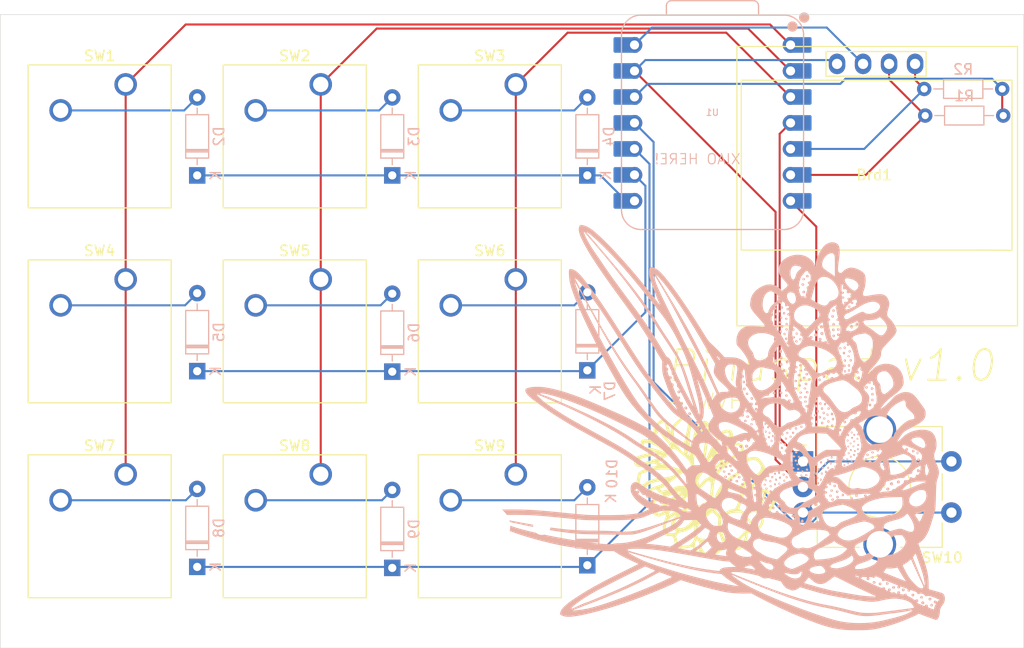
<source format=kicad_pcb>
(kicad_pcb (version 20241229) (generator "pcbnew") (generator_version "9.0")
  (layers (0 "F.Cu" signal) (2 "B.Cu" signal) (13 "F.Paste" user) (15 "B.Paste" user) (5 "F.SilkS" user "F.Silkscreen") (7 "B.SilkS" user "B.Silkscreen") (1 "F.Mask" user) (3 "B.Mask" user) (25 "Edge.Cuts" user))
  (net 0 "")
  (net 1 "Net-(Brd1-SDA)")
  (net 2 "Net-(Brd1-SCL)")
  (net 3 "GND")
  (net 4 "+5V")
  (net 5 "Row 0")
  (net 6 "Net-(D2-A)")
  (net 7 "Net-(D3-A)")
  (net 8 "Net-(D4-A)")
  (net 9 "Net-(D5-A)")
  (net 10 "Row 1")
  (net 11 "Net-(D6-A)")
  (net 12 "Net-(D7-A)")
  (net 13 "Net-(D8-A)")
  (net 14 "Row 2")
  (net 15 "Net-(D9-A)")
  (net 16 "Net-(D10-A)")
  (net 17 "+3.3V")
  (net 18 "Column 0")
  (net 19 "Column 1")
  (net 20 "Column 2")
  (net 21 "Rotary switch")
  (net 22 "Rotary rot A")
  (net 23 "Rotary rot B")
  (footprint "LOGO" (layer "F.Cu") (at 227.9 105.4 45)
    (property "Reference" "G***" (hide yes))
    (property "Value" "LOGO" (hide yes))
  )
  (footprint "Button_Switch_Keyboard:SW_Cherry_MX_1.00u_PCB" (layer "F.Cu") (at 190.65875 85.4075)
    (property "Reference" "SW5" (at -2.54 -2.794 0) (layer "F.SilkS"))
    (property "Value" "SW_Push_45deg")
    (pad "" np_thru_hole circle (at -7.62 5.08) (size 1.7 1.7) (drill 1.7) (layers "*.Cu" "*.Mask"))
    (pad "" np_thru_hole circle (at -2.54 5.08) (size 4 4) (drill 4) (layers "*.Cu" "*.Mask"))
    (pad "" np_thru_hole circle (at 2.54 5.08) (size 1.7 1.7) (drill 1.7) (layers "*.Cu" "*.Mask"))
    (pad "1" thru_hole circle (at 0 0) (size 2.2 2.2) (drill 1.5) (layers "*.Cu" "*.Mask") (net 19 "Column 1"))
    (pad "2" thru_hole circle (at -6.35 2.54) (size 2.2 2.2) (drill 1.5) (layers "*.Cu" "*.Mask") (net 11 "Net-(D6-A)"))
  )
  (footprint "Rotary_Encoder:RotaryEncoder_Alps_EC11E-Switch_Vertical_H20mm_CircularMountingHoles" (layer "F.Cu") (at 237.75 103.2)
    (property "Reference" "SW10" (at 13.6 9.4 0) (layer "F.SilkS"))
    (property "Value" "RotaryEncoder_Switch")
    (pad "A" thru_hole rect (at 0 0) (size 2 2) (drill 1) (layers "*.Cu" "*.Mask") (net 22 "Rotary rot A"))
    (pad "B" thru_hole circle (at 0 5) (size 2 2) (drill 1) (layers "*.Cu" "*.Mask") (net 23 "Rotary rot B"))
    (pad "C" thru_hole circle (at 0 2.5) (size 2 2) (drill 1) (layers "*.Cu" "*.Mask") (net 3 "GND"))
    (pad "MP" thru_hole circle (at 7.5 -3.1) (size 3.2 3.2) (drill 2.6) (layers "*.Cu" "*.Mask"))
    (pad "MP" thru_hole circle (at 7.5 8.1) (size 3.2 3.2) (drill 2.6) (layers "*.Cu" "*.Mask"))
    (pad "S1" thru_hole circle (at 14.5 5) (size 2 2) (drill 1) (layers "*.Cu" "*.Mask") (net 21 "Rotary switch"))
    (pad "S2" thru_hole circle (at 14.5 0) (size 2 2) (drill 1) (layers "*.Cu" "*.Mask") (net 3 "GND"))
  )
  (footprint "Button_Switch_Keyboard:SW_Cherry_MX_1.00u_PCB" (layer "F.Cu") (at 209.70875 85.4075)
    (property "Reference" "SW6" (at -2.54 -2.794 0) (layer "F.SilkS"))
    (property "Value" "SW_Push_45deg")
    (pad "" np_thru_hole circle (at -7.62 5.08) (size 1.7 1.7) (drill 1.7) (layers "*.Cu" "*.Mask"))
    (pad "" np_thru_hole circle (at -2.54 5.08) (size 4 4) (drill 4) (layers "*.Cu" "*.Mask"))
    (pad "" np_thru_hole circle (at 2.54 5.08) (size 1.7 1.7) (drill 1.7) (layers "*.Cu" "*.Mask"))
    (pad "1" thru_hole circle (at 0 0) (size 2.2 2.2) (drill 1.5) (layers "*.Cu" "*.Mask") (net 20 "Column 2"))
    (pad "2" thru_hole circle (at -6.35 2.54) (size 2.2 2.2) (drill 1.5) (layers "*.Cu" "*.Mask") (net 12 "Net-(D7-A)"))
  )
  (footprint "Button_Switch_Keyboard:SW_Cherry_MX_1.00u_PCB" (layer "F.Cu") (at 190.65875 104.4575)
    (property "Reference" "SW8" (at -2.54 -2.794 0) (layer "F.SilkS"))
    (property "Value" "SW_Push_45deg")
    (pad "" np_thru_hole circle (at -7.62 5.08) (size 1.7 1.7) (drill 1.7) (layers "*.Cu" "*.Mask"))
    (pad "" np_thru_hole circle (at -2.54 5.08) (size 4 4) (drill 4) (layers "*.Cu" "*.Mask"))
    (pad "" np_thru_hole circle (at 2.54 5.08) (size 1.7 1.7) (drill 1.7) (layers "*.Cu" "*.Mask"))
    (pad "1" thru_hole circle (at 0 0) (size 2.2 2.2) (drill 1.5) (layers "*.Cu" "*.Mask") (net 19 "Column 1"))
    (pad "2" thru_hole circle (at -6.35 2.54) (size 2.2 2.2) (drill 1.5) (layers "*.Cu" "*.Mask") (net 15 "Net-(D9-A)"))
  )
  (footprint "OLED:128x64OLED" (layer "F.Cu") (at 244.7 74.95)
    (property "Reference" "Brd1" (at 0 0.254 0) (layer "F.SilkS"))
    (property "Value" "SSD1306")
    (pad "1" thru_hole oval (at -3.62 -10.6 90) (size 2 1.6) (drill 1) (layers "*.Cu" "*.Mask") (net 3 "GND"))
    (pad "2" thru_hole oval (at -1.08 -10.6 90) (size 2 1.6) (drill 1) (layers "*.Cu" "*.Mask") (net 4 "+5V"))
    (pad "3" thru_hole oval (at 1.46 -10.6 90) (size 2 1.6) (drill 1) (layers "*.Cu" "*.Mask") (net 2 "Net-(Brd1-SCL)"))
    (pad "4" thru_hole oval (at 4 -10.6 90) (size 2 1.6) (drill 1) (layers "*.Cu" "*.Mask") (net 1 "Net-(Brd1-SDA)"))
  )
  (footprint "Button_Switch_Keyboard:SW_Cherry_MX_1.00u_PCB" (layer "F.Cu") (at 209.70875 66.3575)
    (property "Reference" "SW3" (at -2.54 -2.794 0) (layer "F.SilkS"))
    (property "Value" "SW_Push_45deg")
    (pad "" np_thru_hole circle (at -7.62 5.08) (size 1.7 1.7) (drill 1.7) (layers "*.Cu" "*.Mask"))
    (pad "" np_thru_hole circle (at -2.54 5.08) (size 4 4) (drill 4) (layers "*.Cu" "*.Mask"))
    (pad "" np_thru_hole circle (at 2.54 5.08) (size 1.7 1.7) (drill 1.7) (layers "*.Cu" "*.Mask"))
    (pad "1" thru_hole circle (at 0 0) (size 2.2 2.2) (drill 1.5) (layers "*.Cu" "*.Mask") (net 20 "Column 2"))
    (pad "2" thru_hole circle (at -6.35 2.54) (size 2.2 2.2) (drill 1.5) (layers "*.Cu" "*.Mask") (net 8 "Net-(D4-A)"))
  )
  (footprint "Button_Switch_Keyboard:SW_Cherry_MX_1.00u_PCB" (layer "F.Cu") (at 171.60875 104.4575)
    (property "Reference" "SW7" (at -2.54 -2.794 0) (layer "F.SilkS"))
    (property "Value" "SW_Push_45deg")
    (pad "" np_thru_hole circle (at -7.62 5.08) (size 1.7 1.7) (drill 1.7) (layers "*.Cu" "*.Mask"))
    (pad "" np_thru_hole circle (at -2.54 5.08) (size 4 4) (drill 4) (layers "*.Cu" "*.Mask"))
    (pad "" np_thru_hole circle (at 2.54 5.08) (size 1.7 1.7) (drill 1.7) (layers "*.Cu" "*.Mask"))
    (pad "1" thru_hole circle (at 0 0) (size 2.2 2.2) (drill 1.5) (layers "*.Cu" "*.Mask") (net 18 "Column 0"))
    (pad "2" thru_hole circle (at -6.35 2.54) (size 2.2 2.2) (drill 1.5) (layers "*.Cu" "*.Mask") (net 13 "Net-(D8-A)"))
  )
  (footprint "Button_Switch_Keyboard:SW_Cherry_MX_1.00u_PCB" (layer "F.Cu") (at 209.70875 104.4575)
    (property "Reference" "SW9" (at -2.54 -2.794 0) (layer "F.SilkS"))
    (property "Value" "SW_Push_45deg")
    (pad "" np_thru_hole circle (at -7.62 5.08) (size 1.7 1.7) (drill 1.7) (layers "*.Cu" "*.Mask"))
    (pad "" np_thru_hole circle (at -2.54 5.08) (size 4 4) (drill 4) (layers "*.Cu" "*.Mask"))
    (pad "" np_thru_hole circle (at 2.54 5.08) (size 1.7 1.7) (drill 1.7) (layers "*.Cu" "*.Mask"))
    (pad "1" thru_hole circle (at 0 0) (size 2.2 2.2) (drill 1.5) (layers "*.Cu" "*.Mask") (net 20 "Column 2"))
    (pad "2" thru_hole circle (at -6.35 2.54) (size 2.2 2.2) (drill 1.5) (layers "*.Cu" "*.Mask") (net 16 "Net-(D10-A)"))
  )
  (footprint "Button_Switch_Keyboard:SW_Cherry_MX_1.00u_PCB" (layer "F.Cu") (at 171.60875 85.4075)
    (property "Reference" "SW4" (at -2.54 -2.794 0) (layer "F.SilkS"))
    (property "Value" "SW_Push_45deg")
    (pad "" np_thru_hole circle (at -7.62 5.08) (size 1.7 1.7) (drill 1.7) (layers "*.Cu" "*.Mask"))
    (pad "" np_thru_hole circle (at -2.54 5.08) (size 4 4) (drill 4) (layers "*.Cu" "*.Mask"))
    (pad "" np_thru_hole circle (at 2.54 5.08) (size 1.7 1.7) (drill 1.7) (layers "*.Cu" "*.Mask"))
    (pad "1" thru_hole circle (at 0 0) (size 2.2 2.2) (drill 1.5) (layers "*.Cu" "*.Mask") (net 18 "Column 0"))
    (pad "2" thru_hole circle (at -6.35 2.54) (size 2.2 2.2) (drill 1.5) (layers "*.Cu" "*.Mask") (net 9 "Net-(D5-A)"))
  )
  (footprint "Button_Switch_Keyboard:SW_Cherry_MX_1.00u_PCB" (layer "F.Cu") (at 190.65875 66.3575)
    (property "Reference" "SW2" (at -2.54 -2.794 0) (layer "F.SilkS"))
    (property "Value" "SW_Push_45deg")
    (pad "" np_thru_hole circle (at -7.62 5.08) (size 1.7 1.7) (drill 1.7) (layers "*.Cu" "*.Mask"))
    (pad "" np_thru_hole circle (at -2.54 5.08) (size 4 4) (drill 4) (layers "*.Cu" "*.Mask"))
    (pad "" np_thru_hole circle (at 2.54 5.08) (size 1.7 1.7) (drill 1.7) (layers "*.Cu" "*.Mask"))
    (pad "1" thru_hole circle (at 0 0) (size 2.2 2.2) (drill 1.5) (layers "*.Cu" "*.Mask") (net 19 "Column 1"))
    (pad "2" thru_hole circle (at -6.35 2.54) (size 2.2 2.2) (drill 1.5) (layers "*.Cu" "*.Mask") (net 7 "Net-(D3-A)"))
  )
  (footprint "Button_Switch_Keyboard:SW_Cherry_MX_1.00u_PCB" (layer "F.Cu") (at 171.60875 66.3575)
    (property "Reference" "SW1" (at -2.54 -2.794 0) (layer "F.SilkS"))
    (property "Value" "SW_Push_45deg")
    (pad "" np_thru_hole circle (at -7.62 5.08) (size 1.7 1.7) (drill 1.7) (layers "*.Cu" "*.Mask"))
    (pad "" np_thru_hole circle (at -2.54 5.08) (size 4 4) (drill 4) (layers "*.Cu" "*.Mask"))
    (pad "" np_thru_hole circle (at 2.54 5.08) (size 1.7 1.7) (drill 1.7) (layers "*.Cu" "*.Mask"))
    (pad "1" thru_hole circle (at 0 0) (size 2.2 2.2) (drill 1.5) (layers "*.Cu" "*.Mask") (net 18 "Column 0"))
    (pad "2" thru_hole circle (at -6.35 2.54) (size 2.2 2.2) (drill 1.5) (layers "*.Cu" "*.Mask") (net 6 "Net-(D2-A)"))
  )
  (footprint "Diode_THT:D_DO-35_SOD27_P7.62mm_Horizontal" (layer "B.Cu") (at 178.59375 94.37875 90)
    (property "Reference" "D5" (at 3.81 2.12 90) (layer "B.SilkS") (effects (justify mirror)))
    (property "Value" "1N4148")
    (fp_text user "K" (at 0 1.8 90) (layer "B.SilkS") (effects (justify mirror)))
    (pad "1" thru_hole rect (at 0 0 90) (size 1.6 1.6) (drill 0.8) (layers "*.Cu" "*.Mask") (net 10 "Row 1"))
    (pad "2" thru_hole oval (at 7.62 0 90) (size 1.6 1.6) (drill 0.8) (layers "*.Cu" "*.Mask") (net 9 "Net-(D5-A)"))
  )
  (footprint "Diode_THT:D_DO-35_SOD27_P7.62mm_Horizontal" (layer "B.Cu") (at 178.59375 75.2475 90)
    (property "Reference" "D2" (at 3.81 2.12 90) (layer "B.SilkS") (effects (justify mirror)))
    (property "Value" "1N4148")
    (fp_text user "K" (at 0 1.8 90) (layer "B.SilkS") (effects (justify mirror)))
    (pad "1" thru_hole rect (at 0 0 90) (size 1.6 1.6) (drill 0.8) (layers "*.Cu" "*.Mask") (net 5 "Row 0"))
    (pad "2" thru_hole oval (at 7.62 0 90) (size 1.6 1.6) (drill 0.8) (layers "*.Cu" "*.Mask") (net 6 "Net-(D2-A)"))
  )
  (footprint "Diode_THT:D_DO-35_SOD27_P7.62mm_Horizontal" (layer "B.Cu") (at 197.64375 113.61 90)
    (property "Reference" "D9" (at 3.81 2.12 90) (layer "B.SilkS") (effects (justify mirror)))
    (property "Value" "1N4148")
    (fp_text user "K" (at 0 1.8 90) (layer "B.SilkS") (effects (justify mirror)))
    (pad "1" thru_hole rect (at 0 0 90) (size 1.6 1.6) (drill 0.8) (layers "*.Cu" "*.Mask") (net 14 "Row 2"))
    (pad "2" thru_hole oval (at 7.62 0 90) (size 1.6 1.6) (drill 0.8) (layers "*.Cu" "*.Mask") (net 15 "Net-(D9-A)"))
  )
  (footprint "Diode_THT:D_DO-35_SOD27_P7.62mm_Horizontal" (layer "B.Cu") (at 197.64375 94.42875 90)
    (property "Reference" "D6" (at 3.81 2.12 90) (layer "B.SilkS") (effects (justify mirror)))
    (property "Value" "1N4148")
    (fp_text user "K" (at 0 1.8 90) (layer "B.SilkS") (effects (justify mirror)))
    (pad "1" thru_hole rect (at 0 0 90) (size 1.6 1.6) (drill 0.8) (layers "*.Cu" "*.Mask") (net 10 "Row 1"))
    (pad "2" thru_hole oval (at 7.62 0 90) (size 1.6 1.6) (drill 0.8) (layers "*.Cu" "*.Mask") (net 11 "Net-(D6-A)"))
  )
  (footprint "Diode_THT:D_DO-35_SOD27_P7.62mm_Horizontal" (layer "B.Cu") (at 216.69375 113.3475 90)
    (property "Reference" "D10" (at 8.9475 2.40625 90) (layer "B.SilkS") (effects (justify mirror)))
    (property "Value" "1N4148")
    (fp_text user "K" (at 6.5475 2.30625 90) (layer "B.SilkS") (effects (justify mirror)))
    (pad "1" thru_hole rect (at 0 0 90) (size 1.6 1.6) (drill 0.8) (layers "*.Cu" "*.Mask") (net 14 "Row 2"))
    (pad "2" thru_hole oval (at 7.62 0 90) (size 1.6 1.6) (drill 0.8) (layers "*.Cu" "*.Mask") (net 16 "Net-(D10-A)"))
  )
  (footprint "Resistor_THT:R_Axial_DIN0204_L3.6mm_D1.6mm_P7.62mm_Horizontal" (layer "B.Cu") (at 257.31 69.4 180)
    (property "Reference" "R1" (at 3.81 1.92 0) (layer "B.SilkS") (effects (justify mirror)))
    (property "Value" "4.7K")
    (pad "1" thru_hole circle (at 0 0 180) (size 1.4 1.4) (drill 0.7) (layers "*.Cu" "*.Mask") (net 17 "+3.3V"))
    (pad "2" thru_hole oval (at 7.62 0 180) (size 1.4 1.4) (drill 0.7) (layers "*.Cu" "*.Mask") (net 2 "Net-(Brd1-SCL)"))
  )
  (footprint "Diode_THT:D_DO-35_SOD27_P7.62mm_Horizontal" (layer "B.Cu") (at 197.64375 75.2475 90)
    (property "Reference" "D3" (at 3.81 2.12 90) (layer "B.SilkS") (effects (justify mirror)))
    (property "Value" "1N4148")
    (fp_text user "K" (at 0 1.8 90) (layer "B.SilkS") (effects (justify mirror)))
    (pad "1" thru_hole rect (at 0 0 90) (size 1.6 1.6) (drill 0.8) (layers "*.Cu" "*.Mask") (net 5 "Row 0"))
    (pad "2" thru_hole oval (at 7.62 0 90) (size 1.6 1.6) (drill 0.8) (layers "*.Cu" "*.Mask") (net 7 "Net-(D3-A)"))
  )
  (footprint "Diode_THT:D_DO-35_SOD27_P7.62mm_Horizontal" (layer "B.Cu") (at 216.69375 94.2975 90)
    (property "Reference" "D7" (at -2.0025 2.20625 90) (layer "B.SilkS") (effects (justify mirror)))
    (property "Value" "1N4148")
    (fp_text user "K" (at -1.9025 0.80625 90) (layer "B.SilkS") (effects (justify mirror)))
    (pad "1" thru_hole rect (at 0 0 90) (size 1.6 1.6) (drill 0.8) (layers "*.Cu" "*.Mask") (net 10 "Row 1"))
    (pad "2" thru_hole oval (at 7.62 0 90) (size 1.6 1.6) (drill 0.8) (layers "*.Cu" "*.Mask") (net 12 "Net-(D7-A)"))
  )
  (footprint "Diode_THT:D_DO-35_SOD27_P7.62mm_Horizontal" (layer "B.Cu") (at 178.59375 113.51 90)
    (property "Reference" "D8" (at 3.81 2.12 90) (layer "B.SilkS") (effects (justify mirror)))
    (property "Value" "1N4148")
    (fp_text user "K" (at 0 1.8 90) (layer "B.SilkS") (effects (justify mirror)))
    (pad "1" thru_hole rect (at 0 0 90) (size 1.6 1.6) (drill 0.8) (layers "*.Cu" "*.Mask") (net 14 "Row 2"))
    (pad "2" thru_hole oval (at 7.62 0 90) (size 1.6 1.6) (drill 0.8) (layers "*.Cu" "*.Mask") (net 13 "Net-(D8-A)"))
  )
  (footprint "Resistor_THT:R_Axial_DIN0204_L3.6mm_D1.6mm_P7.62mm_Horizontal" (layer "B.Cu") (at 257.21 66.8 180)
    (property "Reference" "R2" (at 3.81 1.92 0) (layer "B.SilkS") (effects (justify mirror)))
    (property "Value" "4.7K")
    (pad "1" thru_hole circle (at 0 0 180) (size 1.4 1.4) (drill 0.7) (layers "*.Cu" "*.Mask") (net 17 "+3.3V"))
    (pad "2" thru_hole oval (at 7.62 0 180) (size 1.4 1.4) (drill 0.7) (layers "*.Cu" "*.Mask") (net 1 "Net-(Brd1-SDA)"))
  )
  (footprint "Diode_THT:D_DO-35_SOD27_P7.62mm_Horizontal" (layer "B.Cu") (at 216.69375 75.2475 90)
    (property "Reference" "D4" (at 3.81 2.12 90) (layer "B.SilkS") (effects (justify mirror)))
    (property "Value" "1N4148")
    (fp_text user "K" (at 0 1.8 90) (layer "B.SilkS") (effects (justify mirror)))
    (pad "1" thru_hole rect (at 0 0 90) (size 1.6 1.6) (drill 0.8) (layers "*.Cu" "*.Mask") (net 5 "Row 0"))
    (pad "2" thru_hole oval (at 7.62 0 90) (size 1.6 1.6) (drill 0.8) (layers "*.Cu" "*.Mask") (net 8 "Net-(D4-A)"))
  )
  (footprint "LOGO" (layer "B.Cu") (at 229.1 99.9 180)
    (property "Reference" "G***" (hide yes))
    (property "Value" "LOGO" (hide yes))
  )
  (footprint "OPL:XIAO-RP2040-DIP" (layer "B.Cu") (at 228.92 70.12 180)
    (property "Reference" "U1" (at 0.02 1.02 0) (layer "B.SilkS") (effects (font (size 0.635 0.635) (thickness 0.1016)) (justify mirror)))
    (property "Value" "XIAO-RP2040-DIP")
    (pad "1" smd roundrect (at -8.455 7.62) (size 2.432 1.524) (layers "B.Cu" "B.Mask") (roundrect_rratio 0.1) (net 18 "Column 0"))
    (pad "1" thru_hole circle (at -7.62 7.62) (size 1.524 1.524) (drill 0.889) (layers "*.Cu" "*.Mask") (net 18 "Column 0"))
    (pad "2" smd roundrect (at -8.455 5.08) (size 2.432 1.524) (layers "B.Cu" "B.Mask") (roundrect_rratio 0.1) (net 19 "Column 1"))
    (pad "2" thru_hole circle (at -7.62 5.08) (size 1.524 1.524) (drill 0.889) (layers "*.Cu" "*.Mask") (net 19 "Column 1"))
    (pad "3" smd roundrect (at -8.455 2.54) (size 2.432 1.524) (layers "B.Cu" "B.Mask") (roundrect_rratio 0.1) (net 20 "Column 2"))
    (pad "3" thru_hole circle (at -7.62 2.54) (size 1.524 1.524) (drill 0.889) (layers "*.Cu" "*.Mask") (net 20 "Column 2"))
    (pad "4" smd roundrect (at -8.455 0) (size 2.432 1.524) (layers "B.Cu" "B.Mask") (roundrect_rratio 0.1) (net 22 "Rotary rot A"))
    (pad "4" thru_hole circle (at -7.62 0) (size 1.524 1.524) (drill 0.889) (layers "*.Cu" "*.Mask") (net 22 "Rotary rot A"))
    (pad "5" smd roundrect (at -8.455 -2.54) (size 2.432 1.524) (layers "B.Cu" "B.Mask") (roundrect_rratio 0.1) (net 1 "Net-(Brd1-SDA)"))
    (pad "5" thru_hole circle (at -7.62 -2.54) (size 1.524 1.524) (drill 0.889) (layers "*.Cu" "*.Mask") (net 1 "Net-(Brd1-SDA)"))
    (pad "6" smd roundrect (at -8.455 -5.08) (size 2.432 1.524) (layers "B.Cu" "B.Mask") (roundrect_rratio 0.1) (net 2 "Net-(Brd1-SCL)"))
    (pad "6" thru_hole circle (at -7.62 -5.08) (size 1.524 1.524) (drill 0.889) (layers "*.Cu" "*.Mask") (net 2 "Net-(Brd1-SCL)"))
    (pad "7" smd roundrect (at -8.455 -7.62) (size 2.432 1.524) (layers "B.Cu" "B.Mask") (roundrect_rratio 0.1) (net 23 "Rotary rot B"))
    (pad "7" thru_hole circle (at -7.62 -7.62) (size 1.524 1.524) (drill 0.889) (layers "*.Cu" "*.Mask") (net 23 "Rotary rot B"))
    (pad "8" thru_hole circle (at 7.62 -7.62 180) (size 1.524 1.524) (drill 0.889) (layers "*.Cu" "*.Mask") (net 5 "Row 0"))
    (pad "8" smd roundrect (at 8.455 -7.62 180) (size 2.432 1.524) (layers "B.Cu" "B.Mask") (roundrect_rratio 0.1) (net 5 "Row 0"))
    (pad "9" thru_hole circle (at 7.62 -5.08 180) (size 1.524 1.524) (drill 0.889) (layers "*.Cu" "*.Mask") (net 10 "Row 1"))
    (pad "9" smd roundrect (at 8.455 -5.08 180) (size 2.432 1.524) (layers "B.Cu" "B.Mask") (roundrect_rratio 0.1) (net 10 "Row 1"))
    (pad "10" thru_hole circle (at 7.62 -2.54 180) (size 1.524 1.524) (drill 0.889) (layers "*.Cu" "*.Mask") (net 14 "Row 2"))
    (pad "10" smd roundrect (at 8.455 -2.54 180) (size 2.432 1.524) (layers "B.Cu" "B.Mask") (roundrect_rratio 0.1) (net 14 "Row 2"))
    (pad "11" thru_hole circle (at 7.62 0 180) (size 1.524 1.524) (drill 0.889) (layers "*.Cu" "*.Mask") (net 21 "Rotary switch"))
    (pad "11" smd roundrect (at 8.455 0 180) (size 2.432 1.524) (layers "B.Cu" "B.Mask") (roundrect_rratio 0.1) (net 21 "Rotary switch"))
    (pad "12" thru_hole circle (at 7.62 2.54 180) (size 1.524 1.524) (drill 0.889) (layers "*.Cu" "*.Mask") (net 17 "+3.3V"))
    (pad "12" smd roundrect (at 8.455 2.54 180) (size 2.432 1.524) (layers "B.Cu" "B.Mask") (roundrect_rratio 0.1) (net 17 "+3.3V"))
    (pad "13" thru_hole circle (at 7.62 5.08 180) (size 1.524 1.524) (drill 0.889) (layers "*.Cu" "*.Mask") (net 3 "GND"))
    (pad "13" smd roundrect (at 8.455 5.08 180) (size 2.432 1.524) (layers "B.Cu" "B.Mask") (roundrect_rratio 0.1) (net 3 "GND"))
    (pad "14" thru_hole circle (at 7.62 7.62 180) (size 1.524 1.524) (drill 0.889) (layers "*.Cu" "*.Mask") (net 4 "+5V"))
    (pad "14" smd roundrect (at 8.455 7.62 180) (size 2.432 1.524) (layers "B.Cu" "B.Mask") (roundrect_rratio 0.1) (net 4 "+5V"))
  )
  (gr_rect (start 159.3625 59.53125) (end 259.31875 121.44375) (stroke (width 0.05)) (fill no) (layer "Edge.Cuts"))
  (gr_text "- WVH -" (at 224.4 98.2 0) (layer "F.SilkS") (effects (font (size 1.5 1.5) (thickness 0.1)) (justify left bottom)))
  (gr_text "Pinuspad v1.0" (at 240.5 95.6 0) (layer "F.SilkS") (effects (font (size 3 3) (thickness 0.2) (bold yes) (italic yes)) (justify bottom)))
  (gr_text "XIAO HERE!" (at 231.722 74.245 0) (layer "B.SilkS") (effects (font (size 1 1) (thickness 0.1)) (justify left bottom mirror)))
  (segment (start 248.7 65.91) (end 249.59 66.8) (width 0.2) (layer "F.Cu") (net 1))
  (segment (start 248.7 64.35) (end 248.7 65.91) (width 0.2) (layer "F.Cu") (net 1))
  (segment (start 243.73 72.66) (end 249.59 66.8) (width 0.2) (layer "B.Cu") (net 1))
  (segment (start 236.54 72.66) (end 243.73 72.66) (width 0.2) (layer "B.Cu") (net 1))
  (segment (start 243.89 75.2) (end 249.69 69.4) (width 0.2) (layer "F.Cu") (net 2))
  (segment (start 236.54 75.2) (end 243.89 75.2) (width 0.2) (layer "F.Cu") (net 2))
  (segment (start 246.16 65.87) (end 249.69 69.4) (width 0.2) (layer "F.Cu") (net 2))
  (segment (start 246.16 64.35) (end 246.16 65.87) (width 0.2) (layer "F.Cu") (net 2))
  (segment (start 235.076 103.026) (end 235.076 78.816) (width 0.2) (layer "F.Cu") (net 3))
  (segment (start 235.076 78.816) (end 221.3 65.04) (width 0.2) (layer "F.Cu") (net 3))
  (segment (start 237.75 105.7) (end 235.076 103.026) (width 0.2) (layer "F.Cu") (net 3))
  (segment (start 240.25 103.2) (end 252.25 103.2) (width 0.2) (layer "B.Cu") (net 3))
  (segment (start 222.363 63.977) (end 221.3 65.04) (width 0.2) (layer "B.Cu") (net 3))
  (segment (start 241.08 64.35) (end 240.707 63.977) (width 0.2) (layer "B.Cu") (net 3))
  (segment (start 237.75 105.7) (end 240.25 103.2) (width 0.2) (layer "B.Cu") (net 3))
  (segment (start 240.707 63.977) (end 222.363 63.977) (width 0.2) (layer "B.Cu") (net 3))
  (segment (start 243.62 64.35) (end 240.07 60.8) (width 0.2) (layer "B.Cu") (net 4))
  (segment (start 240.07 60.8) (end 223 60.8) (width 0.2) (layer "B.Cu") (net 4))
  (segment (start 223 60.8) (end 221.3 62.5) (width 0.2) (layer "B.Cu") (net 4))
  (segment (start 216.69375 75.2475) (end 217.9725 75.2475) (width 0.2) (layer "B.Cu") (net 5))
  (segment (start 178.59375 75.2475) (end 216.69375 75.2475) (width 0.2) (layer "B.Cu") (net 5))
  (segment (start 217.9725 75.2475) (end 220.465 77.74) (width 0.2) (layer "B.Cu") (net 5))
  (segment (start 177.32375 68.8975) (end 178.59375 67.6275) (width 0.2) (layer "B.Cu") (net 6))
  (segment (start 165.25875 68.8975) (end 177.32375 68.8975) (width 0.2) (layer "B.Cu") (net 6))
  (segment (start 196.37375 68.8975) (end 197.64375 67.6275) (width 0.2) (layer "B.Cu") (net 7))
  (segment (start 184.30875 68.8975) (end 196.37375 68.8975) (width 0.2) (layer "B.Cu") (net 7))
  (segment (start 215.42375 68.8975) (end 216.69375 67.6275) (width 0.2) (layer "B.Cu") (net 8))
  (segment (start 203.35875 68.8975) (end 215.42375 68.8975) (width 0.2) (layer "B.Cu") (net 8))
  (segment (start 177.405 87.9475) (end 178.59375 86.75875) (width 0.2) (layer "B.Cu") (net 9))
  (segment (start 165.25875 87.9475) (end 177.405 87.9475) (width 0.2) (layer "B.Cu") (net 9))
  (segment (start 216.6125 94.37875) (end 216.69375 94.2975) (width 0.2) (layer "B.Cu") (net 10))
  (segment (start 222.363 76.263) (end 221.3 75.2) (width 0.2) (layer "B.Cu") (net 10))
  (segment (start 222.363 88.62825) (end 222.363 76.263) (width 0.2) (layer "B.Cu") (net 10))
  (segment (start 178.59375 94.37875) (end 216.6125 94.37875) (width 0.2) (layer "B.Cu") (net 10))
  (segment (start 216.69375 94.2975) (end 222.363 88.62825) (width 0.2) (layer "B.Cu") (net 10))
  (segment (start 196.505 87.9475) (end 197.64375 86.80875) (width 0.2) (layer "B.Cu") (net 11))
  (segment (start 184.30875 87.9475) (end 196.505 87.9475) (width 0.2) (layer "B.Cu") (net 11))
  (segment (start 215.42375 87.9475) (end 216.69375 86.6775) (width 0.2) (layer "B.Cu") (net 12))
  (segment (start 203.35875 87.9475) (end 215.42375 87.9475) (width 0.2) (layer "B.Cu") (net 12))
  (segment (start 165.25875 106.9975) (end 177.48625 106.9975) (width 0.2) (layer "B.Cu") (net 13))
  (segment (start 177.48625 106.9975) (end 178.59375 105.89) (width 0.2) (layer "B.Cu") (net 13))
  (segment (start 222.764 74.124) (end 221.3 72.66) (width 0.2) (layer "B.Cu") (net 14))
  (segment (start 216.53125 113.51) (end 216.69375 113.3475) (width 0.2) (layer "B.Cu") (net 14))
  (segment (start 178.59375 113.51) (end 216.53125 113.51) (width 0.2) (layer "B.Cu") (net 14))
  (segment (start 216.69375 113.3475) (end 222.764 107.27725) (width 0.2) (layer "B.Cu") (net 14))
  (segment (start 222.764 107.27725) (end 222.764 74.124) (width 0.2) (layer "B.Cu") (net 14))
  (segment (start 184.30875 106.9975) (end 196.63625 106.9975) (width 0.2) (layer "B.Cu") (net 15))
  (segment (start 196.63625 106.9975) (end 197.64375 105.99) (width 0.2) (layer "B.Cu") (net 15))
  (segment (start 203.35875 106.9975) (end 215.42375 106.9975) (width 0.2) (layer "B.Cu") (net 16))
  (segment (start 215.42375 106.9975) (end 216.69375 105.7275) (width 0.2) (layer "B.Cu") (net 16))
  (segment (start 257.21 69.3) (end 257.31 69.4) (width 0.2) (layer "F.Cu") (net 17))
  (segment (start 257.21 66.8) (end 257.21 69.3) (width 0.2) (layer "F.Cu") (net 17))
  (segment (start 222.58 66.3) (end 221.3 67.58) (width 0.2) (layer "B.Cu") (net 17))
  (segment (start 257.21 66.8) (end 256.209 65.799) (width 0.2) (layer "B.Cu") (net 17))
  (segment (start 256.209 65.799) (end 241.901 65.799) (width 0.2) (layer "B.Cu") (net 17))
  (segment (start 241.4 66.3) (end 222.58 66.3) (width 0.2) (layer "B.Cu") (net 17))
  (segment (start 241.901 65.799) (end 241.4 66.3) (width 0.2) (layer "B.Cu") (net 17))
  (segment (start 234.538 60.498) (end 177.46825 60.498) (width 0.2) (layer "F.Cu") (net 18))
  (segment (start 177.46825 60.498) (end 171.60875 66.3575) (width 0.2) (layer "F.Cu") (net 18))
  (segment (start 171.60875 66.3575) (end 171.60875 104.4575) (width 0.2) (layer "F.Cu") (net 18))
  (segment (start 236.54 62.5) (end 234.538 60.498) (width 0.2) (layer "F.Cu") (net 18))
  (segment (start 236.54 65.04) (end 232.399 60.899) (width 0.2) (layer "F.Cu") (net 19))
  (segment (start 190.65875 66.3575) (end 190.65875 104.4575) (width 0.2) (layer "F.Cu") (net 19))
  (segment (start 232.399 60.899) (end 196.11725 60.899) (width 0.2) (layer "F.Cu") (net 19))
  (segment (start 196.11725 60.899) (end 190.65875 66.3575) (width 0.2) (layer "F.Cu") (net 19))
  (segment (start 214.76625 61.3) (end 209.70875 66.3575) (width 0.2) (layer "F.Cu") (net 20))
  (segment (start 209.70875 66.3575) (end 209.70875 104.4575) (width 0.2) (layer "F.Cu") (net 20))
  (segment (start 230.26 61.3) (end 214.76625 61.3) (width 0.2) (layer "F.Cu") (net 20))
  (segment (start 236.54 67.58) (end 230.26 61.3) (width 0.2) (layer "F.Cu") (net 20))
  (segment (start 237.211108 109.501) (end 223.165 95.454892) (width 0.2) (layer "B.Cu") (net 21))
  (segment (start 238.288892 109.501) (end 237.211108 109.501) (width 0.2) (layer "B.Cu") (net 21))
  (segment (start 252.25 108.2) (end 239.589892 108.2) (width 0.2) (layer "B.Cu") (net 21))
  (segment (start 223.165 95.454892) (end 223.165 71.985) (width 0.2) (layer "B.Cu") (net 21))
  (segment (start 223.165 71.985) (end 221.3 70.12) (width 0.2) (layer "B.Cu") (net 21))
  (segment (start 239.589892 108.2) (end 238.288892 109.501) (width 0.2) (layer "B.Cu") (net 21))
  (segment (start 235.477 71.183) (end 236.54 70.12) (width 0.2) (layer "F.Cu") (net 22))
  (segment (start 235.477 100.927) (end 235.477 71.183) (width 0.2) (layer "F.Cu") (net 22))
  (segment (start 237.75 103.2) (end 235.477 100.927) (width 0.2) (layer "F.Cu") (net 22))
  (segment (start 237.75 108.2) (end 239.051 106.899) (width 0.2) (layer "F.Cu") (net 23))
  (segment (start 239.051 106.899) (end 239.051 80.251) (width 0.2) (layer "F.Cu") (net 23))
  (segment (start 239.051 80.251) (end 236.54 77.74) (width 0.2) (layer "F.Cu") (net 23))
)
</source>
